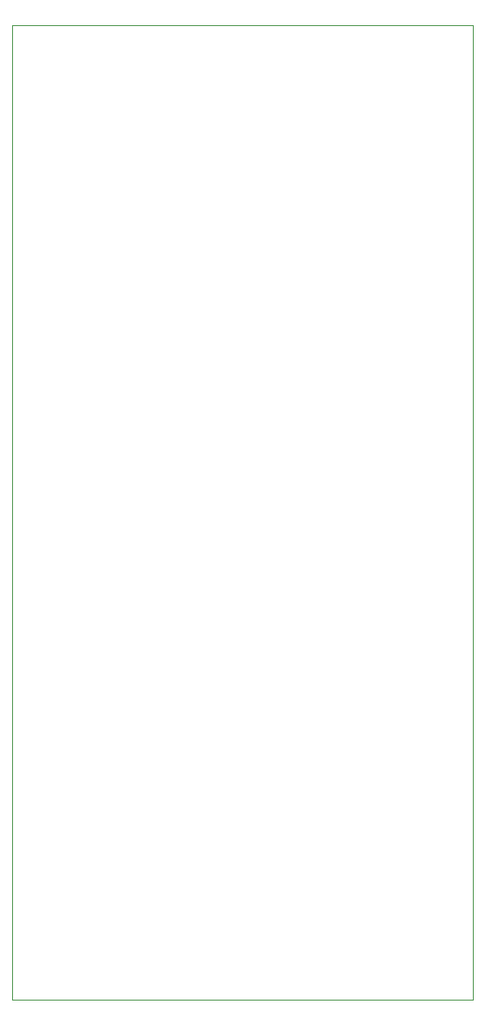
<source format=gbr>
%TF.GenerationSoftware,KiCad,Pcbnew,7.0.2*%
%TF.CreationDate,2023-06-04T09:31:09+01:00*%
%TF.ProjectId,RIO-128K_ZXspectrum_impl_narrow,52494f2d-3132-4384-9b5f-5a5873706563,rev?*%
%TF.SameCoordinates,PX69db9c0PY3ef1480*%
%TF.FileFunction,Profile,NP*%
%FSLAX46Y46*%
G04 Gerber Fmt 4.6, Leading zero omitted, Abs format (unit mm)*
G04 Created by KiCad (PCBNEW 7.0.2) date 2023-06-04 09:31:09*
%MOMM*%
%LPD*%
G01*
G04 APERTURE LIST*
%TA.AperFunction,Profile*%
%ADD10C,0.050000*%
%TD*%
G04 APERTURE END LIST*
D10*
X0Y0D02*
X45000000Y0D01*
X45000000Y-95000000D01*
X0Y-95000000D01*
X0Y0D01*
M02*

</source>
